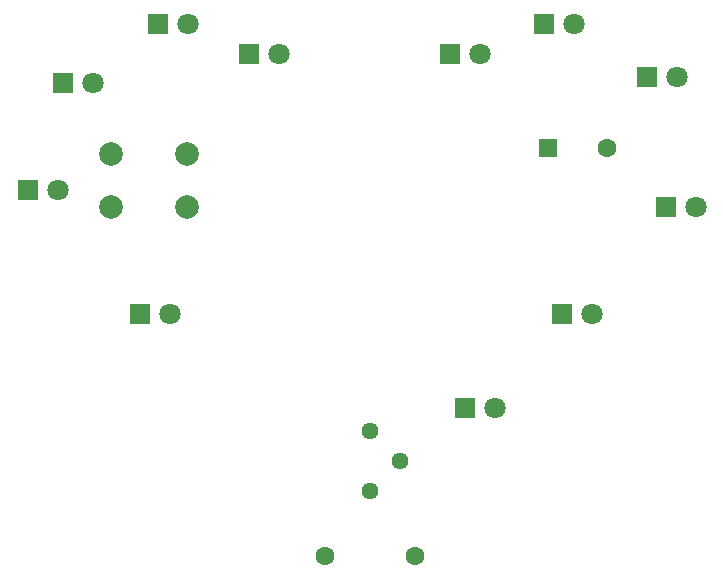
<source format=gbr>
%TF.GenerationSoftware,KiCad,Pcbnew,9.0.6*%
%TF.CreationDate,2025-11-30T08:55:57-05:00*%
%TF.ProjectId,project-solder,70726f6a-6563-4742-9d73-6f6c6465722e,rev?*%
%TF.SameCoordinates,Original*%
%TF.FileFunction,Soldermask,Bot*%
%TF.FilePolarity,Negative*%
%FSLAX46Y46*%
G04 Gerber Fmt 4.6, Leading zero omitted, Abs format (unit mm)*
G04 Created by KiCad (PCBNEW 9.0.6) date 2025-11-30 08:55:57*
%MOMM*%
%LPD*%
G01*
G04 APERTURE LIST*
G04 Aperture macros list*
%AMRoundRect*
0 Rectangle with rounded corners*
0 $1 Rounding radius*
0 $2 $3 $4 $5 $6 $7 $8 $9 X,Y pos of 4 corners*
0 Add a 4 corners polygon primitive as box body*
4,1,4,$2,$3,$4,$5,$6,$7,$8,$9,$2,$3,0*
0 Add four circle primitives for the rounded corners*
1,1,$1+$1,$2,$3*
1,1,$1+$1,$4,$5*
1,1,$1+$1,$6,$7*
1,1,$1+$1,$8,$9*
0 Add four rect primitives between the rounded corners*
20,1,$1+$1,$2,$3,$4,$5,0*
20,1,$1+$1,$4,$5,$6,$7,0*
20,1,$1+$1,$6,$7,$8,$9,0*
20,1,$1+$1,$8,$9,$2,$3,0*%
G04 Aperture macros list end*
%ADD10R,1.800000X1.800000*%
%ADD11C,1.800000*%
%ADD12C,1.440000*%
%ADD13C,1.600000*%
%ADD14RoundRect,0.250000X-0.550000X-0.550000X0.550000X-0.550000X0.550000X0.550000X-0.550000X0.550000X0*%
%ADD15C,2.000000*%
G04 APERTURE END LIST*
D10*
%TO.C,D11*%
X124000000Y-110500000D03*
D11*
X126540000Y-110500000D03*
%TD*%
D12*
%TO.C,RV2*%
X116000000Y-117500000D03*
X118540000Y-114960000D03*
X116000000Y-112420000D03*
%TD*%
D10*
%TO.C,D6*%
X90000000Y-83000000D03*
D11*
X92540000Y-83000000D03*
%TD*%
D13*
%TO.C,R1*%
X112190000Y-123000000D03*
X119810000Y-123000000D03*
%TD*%
D10*
%TO.C,D10*%
X96500000Y-102500000D03*
D11*
X99040000Y-102500000D03*
%TD*%
D10*
%TO.C,D8*%
X87000000Y-92000000D03*
D11*
X89540000Y-92000000D03*
%TD*%
D10*
%TO.C,D5*%
X98000000Y-78000000D03*
D11*
X100540000Y-78000000D03*
%TD*%
D10*
%TO.C,D3*%
X139460000Y-82500000D03*
D11*
X142000000Y-82500000D03*
%TD*%
D14*
%TO.C,C1*%
X131000000Y-88500000D03*
D13*
X136000000Y-88500000D03*
%TD*%
D10*
%TO.C,D4*%
X105725000Y-80500000D03*
D11*
X108265000Y-80500000D03*
%TD*%
D10*
%TO.C,D9*%
X132225000Y-102500000D03*
D11*
X134765000Y-102500000D03*
%TD*%
D10*
%TO.C,D2*%
X130725000Y-78000000D03*
D11*
X133265000Y-78000000D03*
%TD*%
D15*
%TO.C,SW1*%
X94000000Y-89000000D03*
X100500000Y-89000000D03*
X94000000Y-93500000D03*
X100500000Y-93500000D03*
%TD*%
D10*
%TO.C,D7*%
X141000000Y-93500000D03*
D11*
X143540000Y-93500000D03*
%TD*%
D10*
%TO.C,D1*%
X122725000Y-80500000D03*
D11*
X125265000Y-80500000D03*
%TD*%
M02*

</source>
